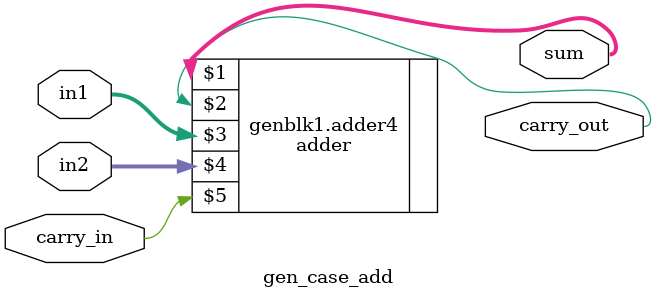
<source format=v>
   `include "adder.v"
    module gen_case_add #(parameter N=4) (output wire [N-1:0] sum,
                                            output wire carry_out,
                                            input wire [N-1:0] in1, in2,
                                            input wire carry_in
        
    );
    
    generate
        case(N)
        1: adder #(1) adder1 (sum, carry_out, in1, in2, carry_in);
        2: adder #(2) adder2 (sum, carry_out, in1, in2, carry_in);
        3: adder #(3) adder3 (sum, carry_out, in1, in2, carry_in);
        default: adder adder4(sum, carry_out, in1, in2, carry_in);
        endcase
    endgenerate

    endmodule //gen_case_add
</source>
